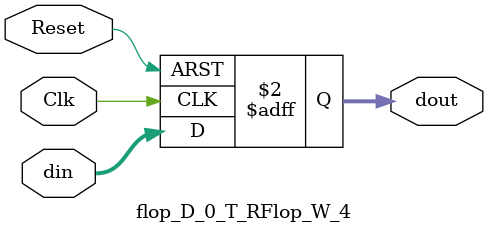
<source format=sv>

/* *****************************************************************************
 * File: flop.vp
 * 
 * Description:
 * Genesis2 flip-flop generator.
 * 
 * Required Genesis2 Controlable Parameters:
 * * Type		- Constant, Flop, RFlop, EFlop, or REFlop
 * * Width		- integer value specifying register width
// From /nobackup/steveri/github/Genesis2/test/glctest/global_controller/rtl/genesis/flop.svp line 10
 * * Default		- default value for the flop 
 *			 (only applies when flop_type=constant|rflop|reflop)
 * * SyncMode		- Sync or ASync flop * Change bar:
 * 
 * 
 * -----------
 * Date          Author   Description
 * Mar 30, 2010  shacham  init version  --  
 * May 20, 2014  jingpu   Add Async mode, change to active low reset
 * Feb 20, 2018  ajcars   Change back to active high reset 
// From /nobackup/steveri/github/Genesis2/test/glctest/global_controller/rtl/genesis/flop.svp line 20
 * ****************************************************************************/


/*******************************************************************************
 * REQUIRED PARAMETERIZATION
 ******************************************************************************/
// Type (_GENESIS2_INHERITANCE_PRIORITY_) = RFlop
//
// Default (_GENESIS2_INHERITANCE_PRIORITY_) = 0
//
// Width (_GENESIS2_INHERITANCE_PRIORITY_) = 4
//
// SyncMode (_GENESIS2_DECLARATION_PRIORITY_) = ASync
//

module flop_D_0_T_RFlop_W_4(
	       //inputs
	       input 		   Clk,
	       input [3:0]  din,
	       input 		   Reset,
// From /nobackup/steveri/github/Genesis2/test/glctest/global_controller/rtl/genesis/flop.svp line 50

	       //outputs
	       output reg [3:0] dout
	       );




   always_ff @(posedge Clk or posedge Reset) begin
      if (Reset) 
	dout <= 4'h0;
// From /nobackup/steveri/github/Genesis2/test/glctest/global_controller/rtl/genesis/flop.svp line 70
      else
	dout <= din; 
   end
   

// From /nobackup/steveri/github/Genesis2/test/glctest/global_controller/rtl/genesis/flop.svp line 90
endmodule

</source>
